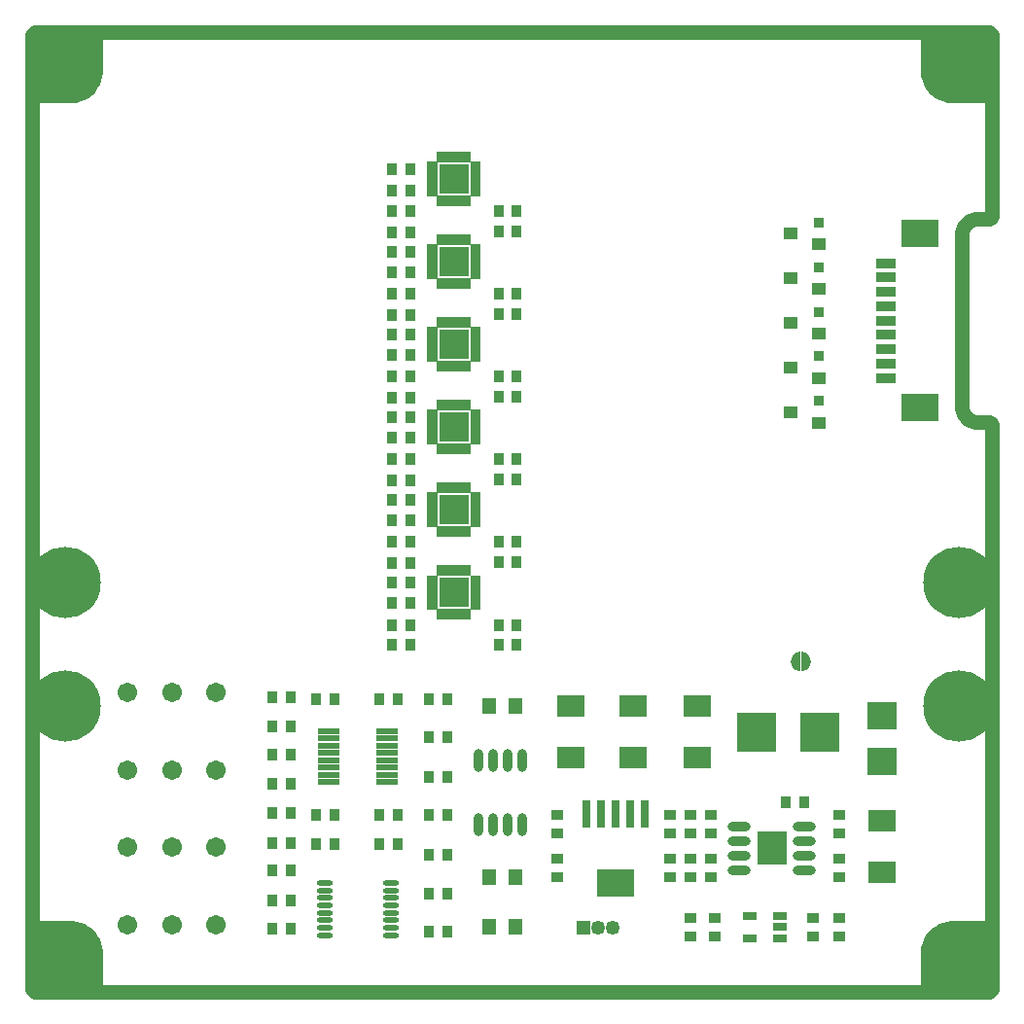
<source format=gbr>
G04*
G04 #@! TF.GenerationSoftware,Altium Limited,Altium Designer,24.1.2 (44)*
G04*
G04 Layer_Color=8388736*
%FSLAX44Y44*%
%MOMM*%
G71*
G04*
G04 #@! TF.SameCoordinates,D6F851DE-8FF1-4314-BFDA-1A364B18C842*
G04*
G04*
G04 #@! TF.FilePolarity,Negative*
G04*
G01*
G75*
%ADD24R,1.2696X1.3462*%
%ADD29R,0.9500X0.9000*%
%ADD31R,1.7018X0.8128*%
%ADD42C,1.2700*%
%ADD43R,2.6000X2.6000*%
%ADD44R,0.9032X1.0032*%
%ADD45O,0.8032X2.0032*%
%ADD46C,1.7032*%
%ADD47R,1.0032X0.9032*%
%ADD48R,1.2032X0.8032*%
%ADD49R,2.4622X1.9796*%
%ADD50R,1.1532X1.1032*%
%ADD51R,2.5032X2.4892*%
%ADD52R,3.3020X2.4130*%
%ADD53R,3.5032X3.3532*%
%ADD54O,2.0032X0.8032*%
%ADD55R,2.5032X3.0032*%
%ADD56R,3.2725X2.4455*%
%ADD57R,0.7325X2.4455*%
%ADD58O,1.4000X0.4500*%
%ADD59R,1.9000X0.5000*%
%ADD60C,6.2032*%
%ADD61C,1.0032*%
%ADD62R,1.2532X1.2532*%
%ADD63C,1.2532*%
%ADD64C,0.6032*%
G36*
X843526Y781000D02*
X809293D01*
Y781000D01*
X807438Y781000D01*
X803761Y781484D01*
X800179Y782444D01*
X796752Y783863D01*
X793540Y785718D01*
X790598Y787975D01*
X787975Y790598D01*
X785718Y793540D01*
X783863Y796752D01*
X782444Y800179D01*
X781484Y803761D01*
X781000Y807438D01*
X781000Y809293D01*
X781000Y843526D01*
X843526D01*
Y781000D01*
D02*
G37*
G36*
X69000Y809293D02*
X69000D01*
X69000Y807438D01*
X68516Y803761D01*
X67556Y800179D01*
X66137Y796752D01*
X64282Y793540D01*
X62024Y790598D01*
X59402Y787975D01*
X56460Y785718D01*
X53248Y783863D01*
X49821Y782444D01*
X46239Y781484D01*
X42562Y781000D01*
X40707Y781000D01*
X6474Y781000D01*
Y843526D01*
X69000D01*
Y809293D01*
D02*
G37*
G36*
X379350Y729499D02*
X369350D01*
Y738549D01*
X379350D01*
Y729499D01*
D02*
G37*
G36*
X389350Y730000D02*
X397899D01*
Y725000D01*
Y720000D01*
X388849D01*
Y725000D01*
Y729499D01*
X379350D01*
Y738549D01*
X389350D01*
Y730000D01*
D02*
G37*
G36*
X369350Y729499D02*
X359851D01*
Y725000D01*
Y720000D01*
X350801D01*
Y725000D01*
Y730000D01*
X359350D01*
Y738549D01*
X369350D01*
Y729499D01*
D02*
G37*
G36*
X397899Y715000D02*
Y710000D01*
X388849D01*
Y715000D01*
Y720000D01*
X397899D01*
Y715000D01*
D02*
G37*
G36*
X359851D02*
Y710000D01*
X350801D01*
Y715000D01*
Y720000D01*
X359851D01*
Y715000D01*
D02*
G37*
G36*
X397899Y705000D02*
Y700000D01*
X389350D01*
Y691451D01*
X379350D01*
Y700501D01*
X388849D01*
Y705000D01*
Y710000D01*
X397899D01*
Y705000D01*
D02*
G37*
G36*
X379350Y691451D02*
X369350D01*
Y700501D01*
X379350D01*
Y691451D01*
D02*
G37*
G36*
X359851Y705000D02*
Y700501D01*
X369350D01*
Y691451D01*
X359350D01*
Y700000D01*
X350801D01*
Y705000D01*
Y710000D01*
X359851D01*
Y705000D01*
D02*
G37*
G36*
X384350Y657499D02*
X364350D01*
Y666549D01*
X384350D01*
Y657499D01*
D02*
G37*
G36*
X389350Y658000D02*
X397899D01*
Y653000D01*
X388849D01*
Y657499D01*
X384350D01*
Y666549D01*
X389350D01*
Y658000D01*
D02*
G37*
G36*
X364350Y657499D02*
X359851D01*
Y653000D01*
X350801D01*
Y658000D01*
X359350D01*
Y666549D01*
X364350D01*
Y657499D01*
D02*
G37*
G36*
X397899Y648000D02*
Y643000D01*
Y638000D01*
Y633000D01*
X388849D01*
Y638000D01*
Y643000D01*
Y648000D01*
Y653000D01*
X397899D01*
Y648000D01*
D02*
G37*
G36*
X359851D02*
Y643000D01*
Y638000D01*
Y633000D01*
X350801D01*
Y638000D01*
Y643000D01*
Y648000D01*
Y653000D01*
X359851D01*
Y648000D01*
D02*
G37*
G36*
X397899Y628000D02*
X389350D01*
Y619451D01*
X384350D01*
Y628501D01*
X388849D01*
Y633000D01*
X397899D01*
Y628000D01*
D02*
G37*
G36*
X384350Y619451D02*
X364350D01*
Y628501D01*
X384350D01*
Y619451D01*
D02*
G37*
G36*
X359851Y628501D02*
X364350D01*
Y619451D01*
X359350D01*
Y628000D01*
X350801D01*
Y633000D01*
X359851D01*
Y628501D01*
D02*
G37*
G36*
X379350Y585499D02*
X369350D01*
Y594549D01*
X379350D01*
Y585499D01*
D02*
G37*
G36*
X389350Y586000D02*
X397899D01*
Y581000D01*
Y576000D01*
X388849D01*
Y581000D01*
Y585499D01*
X379350D01*
Y594549D01*
X389350D01*
Y586000D01*
D02*
G37*
G36*
X369350Y585499D02*
X359851D01*
Y581000D01*
Y576000D01*
X350801D01*
Y581000D01*
Y586000D01*
X359350D01*
Y594549D01*
X369350D01*
Y585499D01*
D02*
G37*
G36*
X397899Y571000D02*
Y566000D01*
X388849D01*
Y571000D01*
Y576000D01*
X397899D01*
Y571000D01*
D02*
G37*
G36*
X359851D02*
Y566000D01*
X350801D01*
Y571000D01*
Y576000D01*
X359851D01*
Y571000D01*
D02*
G37*
G36*
X397899Y561000D02*
Y556000D01*
X389350D01*
Y547451D01*
X379350D01*
Y556501D01*
X388849D01*
Y561000D01*
Y566000D01*
X397899D01*
Y561000D01*
D02*
G37*
G36*
X379350Y547451D02*
X369350D01*
Y556501D01*
X379350D01*
Y547451D01*
D02*
G37*
G36*
X359851Y561000D02*
Y556501D01*
X369350D01*
Y547451D01*
X359350D01*
Y556000D01*
X350801D01*
Y561000D01*
Y566000D01*
X359851D01*
Y561000D01*
D02*
G37*
G36*
X379350Y513499D02*
X369350D01*
Y522549D01*
X379350D01*
Y513499D01*
D02*
G37*
G36*
X389350Y514000D02*
X397899D01*
Y509000D01*
Y504000D01*
X388849D01*
Y509000D01*
Y513499D01*
X379350D01*
Y522549D01*
X389350D01*
Y514000D01*
D02*
G37*
G36*
X369350Y513499D02*
X359851D01*
Y509000D01*
Y504000D01*
X350801D01*
Y509000D01*
Y514000D01*
X359350D01*
Y522549D01*
X369350D01*
Y513499D01*
D02*
G37*
G36*
X397899Y499000D02*
Y494000D01*
X388849D01*
Y499000D01*
Y504000D01*
X397899D01*
Y499000D01*
D02*
G37*
G36*
X359851D02*
Y494000D01*
X350801D01*
Y499000D01*
Y504000D01*
X359851D01*
Y499000D01*
D02*
G37*
G36*
X397899Y489000D02*
Y484000D01*
X389350D01*
Y475451D01*
X379350D01*
Y484501D01*
X388849D01*
Y489000D01*
Y494000D01*
X397899D01*
Y489000D01*
D02*
G37*
G36*
X379350Y475451D02*
X369350D01*
Y484501D01*
X379350D01*
Y475451D01*
D02*
G37*
G36*
X359851Y489000D02*
Y484501D01*
X369350D01*
Y475451D01*
X359350D01*
Y484000D01*
X350801D01*
Y489000D01*
Y494000D01*
X359851D01*
Y489000D01*
D02*
G37*
G36*
X379350Y441499D02*
X369350D01*
Y450549D01*
X379350D01*
Y441499D01*
D02*
G37*
G36*
X389350Y442000D02*
X397899D01*
Y437000D01*
Y432000D01*
X388849D01*
Y437000D01*
Y441499D01*
X379350D01*
Y450549D01*
X389350D01*
Y442000D01*
D02*
G37*
G36*
X369350Y441499D02*
X359851D01*
Y437000D01*
Y432000D01*
X350801D01*
Y437000D01*
Y442000D01*
X359350D01*
Y450549D01*
X369350D01*
Y441499D01*
D02*
G37*
G36*
X397899Y427000D02*
Y422000D01*
X388849D01*
Y427000D01*
Y432000D01*
X397899D01*
Y427000D01*
D02*
G37*
G36*
X359851D02*
Y422000D01*
X350801D01*
Y427000D01*
Y432000D01*
X359851D01*
Y427000D01*
D02*
G37*
G36*
X397899Y417000D02*
Y412000D01*
X389350D01*
Y403451D01*
X379350D01*
Y412501D01*
X388849D01*
Y417000D01*
Y422000D01*
X397899D01*
Y417000D01*
D02*
G37*
G36*
X379350Y403451D02*
X369350D01*
Y412501D01*
X379350D01*
Y403451D01*
D02*
G37*
G36*
X359851Y417000D02*
Y412501D01*
X369350D01*
Y403451D01*
X359350D01*
Y412000D01*
X350801D01*
Y417000D01*
Y422000D01*
X359851D01*
Y417000D01*
D02*
G37*
G36*
X379350Y369499D02*
X369350D01*
Y378549D01*
X379350D01*
Y369499D01*
D02*
G37*
G36*
X389350Y370000D02*
X397899D01*
Y365000D01*
Y360000D01*
X388849D01*
Y365000D01*
Y369499D01*
X379350D01*
Y378549D01*
X389350D01*
Y370000D01*
D02*
G37*
G36*
X369350Y369499D02*
X359851D01*
Y365000D01*
Y360000D01*
X350801D01*
Y365000D01*
Y370000D01*
X359350D01*
Y378549D01*
X369350D01*
Y369499D01*
D02*
G37*
G36*
X397899Y355000D02*
Y350000D01*
X388849D01*
Y355000D01*
Y360000D01*
X397899D01*
Y355000D01*
D02*
G37*
G36*
X359851D02*
Y350000D01*
X350801D01*
Y355000D01*
Y360000D01*
X359851D01*
Y355000D01*
D02*
G37*
G36*
X397899Y345000D02*
Y340000D01*
X389350D01*
Y331451D01*
X379350D01*
Y340501D01*
X388849D01*
Y345000D01*
Y350000D01*
X397899D01*
Y345000D01*
D02*
G37*
G36*
X379350Y331451D02*
X369350D01*
Y340501D01*
X379350D01*
Y331451D01*
D02*
G37*
G36*
X359851Y345000D02*
Y340501D01*
X369350D01*
Y331451D01*
X359350D01*
Y340000D01*
X350801D01*
Y345000D01*
Y350000D01*
X359851D01*
Y345000D01*
D02*
G37*
G36*
X675222Y303401D02*
X675266Y303400D01*
X675288Y303397D01*
X675311Y303396D01*
X675354Y303387D01*
X675398Y303380D01*
X675419Y303374D01*
X675441Y303370D01*
X675484Y303355D01*
X675526Y303343D01*
X675546Y303334D01*
X675567Y303327D01*
X675608Y303307D01*
X675648Y303289D01*
X675667Y303278D01*
X675687Y303268D01*
X675724Y303243D01*
X675762Y303220D01*
X675779Y303206D01*
X675798Y303194D01*
X675831Y303164D01*
X675865Y303137D01*
X675881Y303121D01*
X675898Y303106D01*
X675927Y303072D01*
X675958Y303041D01*
X675971Y303023D01*
X675985Y303006D01*
X676010Y302969D01*
X676036Y302933D01*
X676047Y302914D01*
X676059Y302895D01*
X676079Y302855D01*
X676100Y302816D01*
X676108Y302796D01*
X676118Y302776D01*
X676133Y302733D01*
X676149Y302692D01*
X676154Y302671D01*
X676161Y302650D01*
X676170Y302606D01*
X676180Y302563D01*
X676183Y302541D01*
X676187Y302519D01*
X676190Y302474D01*
X676195Y302430D01*
X676194Y302409D01*
X676196Y302386D01*
X676196Y287614D01*
X676194Y287592D01*
X676195Y287570D01*
X676190Y287525D01*
X676187Y287481D01*
X676183Y287459D01*
X676180Y287437D01*
X676170Y287394D01*
X676161Y287350D01*
X676154Y287329D01*
X676149Y287308D01*
X676133Y287267D01*
X676118Y287224D01*
X676108Y287204D01*
X676100Y287184D01*
X676079Y287145D01*
X676059Y287105D01*
X676047Y287087D01*
X676036Y287067D01*
X676010Y287031D01*
X675985Y286994D01*
X675971Y286977D01*
X675957Y286959D01*
X675927Y286927D01*
X675898Y286894D01*
X675881Y286879D01*
X675865Y286863D01*
X675831Y286835D01*
X675797Y286806D01*
X675779Y286794D01*
X675762Y286780D01*
X675724Y286757D01*
X675687Y286732D01*
X675667Y286722D01*
X675648Y286711D01*
X675607Y286693D01*
X675567Y286673D01*
X675546Y286666D01*
X675526Y286657D01*
X675483Y286645D01*
X675441Y286630D01*
X675419Y286626D01*
X675398Y286620D01*
X675354Y286613D01*
X675311Y286604D01*
X675288Y286603D01*
X675266Y286600D01*
X675222Y286599D01*
X675178Y286596D01*
X675155Y286597D01*
X675133Y286597D01*
X675089Y286602D01*
X675045Y286604D01*
X675023Y286609D01*
X675001Y286611D01*
X674484Y286702D01*
X674480Y286703D01*
X674476Y286704D01*
X674415Y286719D01*
X674355Y286734D01*
X674351Y286735D01*
X674346Y286737D01*
X673349Y287061D01*
X673345Y287062D01*
X673341Y287064D01*
X673283Y287087D01*
X673225Y287110D01*
X673221Y287112D01*
X673217Y287114D01*
X672274Y287574D01*
X672271Y287576D01*
X672266Y287578D01*
X672212Y287609D01*
X672159Y287640D01*
X672155Y287643D01*
X672151Y287645D01*
X671282Y288231D01*
X671279Y288234D01*
X671275Y288236D01*
X671224Y288276D01*
X671177Y288313D01*
X671174Y288316D01*
X671170Y288319D01*
X670390Y289021D01*
X670387Y289024D01*
X670384Y289027D01*
X670341Y289072D01*
X670297Y289116D01*
X670295Y289119D01*
X670292Y289123D01*
X669618Y289926D01*
X669615Y289930D01*
X669612Y289933D01*
X669576Y289983D01*
X669539Y290034D01*
X669537Y290038D01*
X669534Y290041D01*
X668978Y290931D01*
X668976Y290935D01*
X668974Y290938D01*
X668945Y290993D01*
X668915Y291048D01*
X668914Y291052D01*
X668912Y291056D01*
X668485Y292015D01*
X668483Y292019D01*
X668481Y292023D01*
X668461Y292080D01*
X668439Y292139D01*
X668438Y292144D01*
X668436Y292148D01*
X668147Y293156D01*
X668146Y293160D01*
X668145Y293165D01*
X668132Y293226D01*
X668119Y293286D01*
X668119Y293291D01*
X668118Y293295D01*
X667972Y294334D01*
X667971Y294338D01*
X667971Y294343D01*
X667966Y294405D01*
X667962Y294467D01*
X667962Y294471D01*
X667962Y294476D01*
Y295524D01*
X667962Y295529D01*
X667962Y295533D01*
X667966Y295595D01*
X667971Y295657D01*
X667971Y295662D01*
X667972Y295666D01*
X668118Y296705D01*
X668119Y296709D01*
X668119Y296714D01*
X668132Y296774D01*
X668145Y296835D01*
X668146Y296840D01*
X668147Y296844D01*
X668436Y297852D01*
X668438Y297856D01*
X668439Y297861D01*
X668461Y297920D01*
X668481Y297977D01*
X668483Y297981D01*
X668485Y297985D01*
X668912Y298944D01*
X668914Y298948D01*
X668915Y298952D01*
X668945Y299007D01*
X668974Y299062D01*
X668976Y299065D01*
X668978Y299069D01*
X669534Y299959D01*
X669537Y299962D01*
X669539Y299966D01*
X669575Y300016D01*
X669612Y300067D01*
X669615Y300070D01*
X669618Y300074D01*
X670292Y300877D01*
X670295Y300880D01*
X670297Y300884D01*
X670341Y300928D01*
X670384Y300973D01*
X670387Y300976D01*
X670390Y300979D01*
X671170Y301681D01*
X671173Y301684D01*
X671177Y301687D01*
X671225Y301724D01*
X671275Y301764D01*
X671279Y301766D01*
X671282Y301769D01*
X672151Y302355D01*
X672155Y302357D01*
X672159Y302360D01*
X672213Y302391D01*
X672266Y302422D01*
X672271Y302424D01*
X672274Y302426D01*
X673217Y302886D01*
X673221Y302888D01*
X673225Y302890D01*
X673283Y302913D01*
X673341Y302936D01*
X673345Y302938D01*
X673349Y302939D01*
X674346Y303263D01*
X674351Y303264D01*
X674355Y303266D01*
X674414Y303281D01*
X674475Y303296D01*
X674480Y303297D01*
X674484Y303298D01*
X675001Y303389D01*
X675023Y303391D01*
X675045Y303396D01*
X675089Y303398D01*
X675133Y303403D01*
X675155Y303403D01*
X675178Y303404D01*
X675178D01*
X675222Y303401D01*
D02*
G37*
G36*
X677804Y303403D02*
X677827Y303403D01*
X677871Y303398D01*
X677915Y303396D01*
X677937Y303391D01*
X677959Y303389D01*
X678476Y303298D01*
X678480Y303297D01*
X678484Y303296D01*
X678545Y303281D01*
X678605Y303266D01*
X678609Y303264D01*
X678614Y303263D01*
X679611Y302939D01*
X679615Y302938D01*
X679620Y302936D01*
X679677Y302913D01*
X679735Y302890D01*
X679739Y302888D01*
X679743Y302886D01*
X680686Y302426D01*
X680689Y302424D01*
X680694Y302422D01*
X680748Y302391D01*
X680801Y302360D01*
X680805Y302357D01*
X680808Y302355D01*
X681678Y301769D01*
X681682Y301766D01*
X681685Y301764D01*
X681736Y301724D01*
X681783Y301687D01*
X681786Y301684D01*
X681790Y301681D01*
X682570Y300979D01*
X682573Y300976D01*
X682576Y300973D01*
X682619Y300928D01*
X682662Y300884D01*
X682665Y300880D01*
X682668Y300877D01*
X683342Y300074D01*
X683345Y300070D01*
X683348Y300067D01*
X683384Y300017D01*
X683421Y299966D01*
X683423Y299962D01*
X683426Y299959D01*
X683982Y299069D01*
X683984Y299065D01*
X683986Y299062D01*
X684015Y299007D01*
X684045Y298952D01*
X684046Y298948D01*
X684048Y298944D01*
X684475Y297985D01*
X684477Y297981D01*
X684479Y297977D01*
X684499Y297920D01*
X684521Y297861D01*
X684522Y297856D01*
X684524Y297852D01*
X684813Y296844D01*
X684814Y296840D01*
X684815Y296835D01*
X684828Y296774D01*
X684841Y296714D01*
X684841Y296709D01*
X684842Y296705D01*
X684988Y295666D01*
X684989Y295662D01*
X684989Y295657D01*
X684994Y295595D01*
X684998Y295533D01*
X684998Y295529D01*
X684998Y295524D01*
Y294476D01*
X684998Y294471D01*
X684998Y294467D01*
X684994Y294405D01*
X684989Y294343D01*
X684989Y294338D01*
X684988Y294334D01*
X684842Y293295D01*
X684841Y293291D01*
X684841Y293286D01*
X684828Y293226D01*
X684815Y293165D01*
X684814Y293160D01*
X684813Y293156D01*
X684524Y292148D01*
X684522Y292144D01*
X684521Y292139D01*
X684499Y292080D01*
X684479Y292023D01*
X684477Y292019D01*
X684475Y292015D01*
X684048Y291056D01*
X684046Y291052D01*
X684045Y291048D01*
X684015Y290993D01*
X683986Y290938D01*
X683984Y290935D01*
X683982Y290931D01*
X683426Y290041D01*
X683423Y290037D01*
X683421Y290034D01*
X683385Y289984D01*
X683348Y289933D01*
X683345Y289930D01*
X683342Y289926D01*
X682668Y289123D01*
X682665Y289119D01*
X682662Y289116D01*
X682619Y289072D01*
X682576Y289027D01*
X682573Y289024D01*
X682570Y289021D01*
X681790Y288319D01*
X681786Y288316D01*
X681783Y288313D01*
X681735Y288276D01*
X681685Y288236D01*
X681682Y288234D01*
X681678Y288231D01*
X680808Y287645D01*
X680805Y287643D01*
X680801Y287640D01*
X680747Y287609D01*
X680694Y287578D01*
X680689Y287576D01*
X680686Y287574D01*
X679743Y287114D01*
X679739Y287112D01*
X679735Y287110D01*
X679677Y287087D01*
X679620Y287064D01*
X679615Y287062D01*
X679611Y287061D01*
X678614Y286737D01*
X678609Y286735D01*
X678605Y286734D01*
X678546Y286719D01*
X678484Y286704D01*
X678480Y286703D01*
X678476Y286702D01*
X677959Y286611D01*
X677937Y286609D01*
X677915Y286604D01*
X677871Y286602D01*
X677827Y286597D01*
X677804Y286597D01*
X677782Y286596D01*
X677782D01*
X677738Y286599D01*
X677694Y286600D01*
X677672Y286603D01*
X677649Y286604D01*
X677606Y286613D01*
X677562Y286620D01*
X677541Y286626D01*
X677519Y286630D01*
X677476Y286645D01*
X677434Y286657D01*
X677414Y286666D01*
X677393Y286673D01*
X677353Y286693D01*
X677312Y286711D01*
X677293Y286722D01*
X677273Y286732D01*
X677236Y286757D01*
X677198Y286780D01*
X677181Y286794D01*
X677162Y286806D01*
X677129Y286836D01*
X677094Y286863D01*
X677079Y286879D01*
X677062Y286894D01*
X677033Y286928D01*
X677002Y286959D01*
X676989Y286977D01*
X676975Y286994D01*
X676950Y287031D01*
X676924Y287067D01*
X676913Y287086D01*
X676901Y287105D01*
X676881Y287145D01*
X676860Y287184D01*
X676852Y287204D01*
X676842Y287224D01*
X676827Y287267D01*
X676811Y287308D01*
X676806Y287329D01*
X676799Y287350D01*
X676790Y287394D01*
X676780Y287437D01*
X676777Y287459D01*
X676773Y287481D01*
X676770Y287526D01*
X676765Y287570D01*
X676766Y287591D01*
X676764Y287614D01*
X676764Y302386D01*
X676766Y302408D01*
X676765Y302430D01*
X676770Y302475D01*
X676773Y302519D01*
X676777Y302541D01*
X676780Y302563D01*
X676790Y302606D01*
X676799Y302650D01*
X676806Y302671D01*
X676811Y302692D01*
X676827Y302733D01*
X676842Y302776D01*
X676852Y302796D01*
X676860Y302816D01*
X676881Y302855D01*
X676901Y302895D01*
X676913Y302913D01*
X676924Y302933D01*
X676950Y302969D01*
X676975Y303006D01*
X676989Y303023D01*
X677002Y303041D01*
X677033Y303072D01*
X677062Y303106D01*
X677079Y303121D01*
X677094Y303137D01*
X677129Y303165D01*
X677162Y303194D01*
X677181Y303206D01*
X677198Y303220D01*
X677236Y303243D01*
X677273Y303268D01*
X677293Y303278D01*
X677312Y303289D01*
X677353Y303307D01*
X677393Y303327D01*
X677414Y303334D01*
X677434Y303343D01*
X677476Y303355D01*
X677519Y303370D01*
X677541Y303374D01*
X677562Y303380D01*
X677606Y303387D01*
X677650Y303396D01*
X677672Y303397D01*
X677694Y303400D01*
X677738Y303401D01*
X677782Y303404D01*
X677804Y303403D01*
D02*
G37*
G36*
X843526Y6474D02*
X781000D01*
Y40707D01*
X781000Y40707D01*
X781000Y40707D01*
X781000Y42562D01*
X781484Y46239D01*
X782444Y49821D01*
X783863Y53248D01*
X785718Y56460D01*
X787975Y59402D01*
X790598Y62024D01*
X793540Y64282D01*
X796752Y66137D01*
X800179Y67556D01*
X803761Y68516D01*
X807438Y69000D01*
X809293Y69000D01*
X843526Y69000D01*
Y6474D01*
D02*
G37*
G36*
X40707Y69000D02*
X42562Y69000D01*
X46239Y68516D01*
X49821Y67556D01*
X53248Y66137D01*
X56460Y64282D01*
X59402Y62024D01*
X62024Y59402D01*
X64282Y56460D01*
X66137Y53248D01*
X67556Y49821D01*
X68516Y46239D01*
X69000Y42562D01*
X69000Y40707D01*
X69000D01*
X69000Y40707D01*
Y6474D01*
X6474D01*
Y69000D01*
X40707Y69000D01*
D02*
G37*
D24*
X427604Y63559D02*
D03*
X404740D02*
D03*
X427604Y107054D02*
D03*
X404740D02*
D03*
X427604Y256278D02*
D03*
X404740D02*
D03*
D29*
X692484Y521644D02*
D03*
Y560536D02*
D03*
Y599428D02*
D03*
Y638320D02*
D03*
Y677211D02*
D03*
D31*
X750955Y541752D02*
D03*
Y554252D02*
D03*
Y566752D02*
D03*
Y579252D02*
D03*
Y591752D02*
D03*
Y604252D02*
D03*
Y616752D02*
D03*
Y629252D02*
D03*
Y641752D02*
D03*
D42*
X843150Y500497D02*
X842227Y502724D01*
X840000Y503647D01*
X838000Y6850D02*
X840575Y7540D01*
X842460Y9425D01*
X843150Y12000D01*
X840000Y679908D02*
X842227Y680830D01*
X843150Y683057D01*
X12000Y843150D02*
X9425Y842460D01*
X7540Y840575D01*
X6850Y838000D01*
X843150Y838000D02*
X842460Y840575D01*
X840575Y842460D01*
X838000Y843150D01*
X6850Y12000D02*
X7540Y9425D01*
X9425Y7540D01*
X12000Y6850D01*
X828860Y679908D02*
X826223Y679610D01*
X823719Y678734D01*
X821472Y677322D01*
X819595Y675446D01*
X818184Y673199D01*
X817307Y670694D01*
X817010Y668057D01*
Y515497D02*
X817307Y512860D01*
X818184Y510356D01*
X819595Y508109D01*
X821472Y506232D01*
X823719Y504821D01*
X826223Y503944D01*
X828860Y503647D01*
X843150Y683099D02*
Y838000D01*
X12059Y6850D02*
X838000D01*
X828860Y679908D02*
X840000D01*
X6850Y12000D02*
Y837941D01*
X843150Y12042D02*
Y500497D01*
X817010Y515497D02*
Y668057D01*
X828860Y503647D02*
X840000D01*
X12000Y843150D02*
X837941D01*
D43*
X374350Y715000D02*
D03*
Y643000D02*
D03*
Y571000D02*
D03*
Y499000D02*
D03*
Y427000D02*
D03*
Y355000D02*
D03*
D44*
X232548Y263917D02*
D03*
X216548D02*
D03*
X320459Y723083D02*
D03*
X336459D02*
D03*
X336457Y704950D02*
D03*
X320457D02*
D03*
X320459Y651628D02*
D03*
X336459D02*
D03*
X336457Y633672D02*
D03*
X320457D02*
D03*
X320459Y579628D02*
D03*
X336459D02*
D03*
X336457Y561672D02*
D03*
X320457D02*
D03*
X320459Y507628D02*
D03*
X336459D02*
D03*
X336457Y489672D02*
D03*
X320457D02*
D03*
X320459Y435628D02*
D03*
X336459D02*
D03*
X336457Y417672D02*
D03*
X320457D02*
D03*
X320459Y363628D02*
D03*
X336459D02*
D03*
X336457Y345671D02*
D03*
X320457D02*
D03*
X320458Y452684D02*
D03*
X336458D02*
D03*
X232548Y136981D02*
D03*
X216548D02*
D03*
Y163088D02*
D03*
X232548D02*
D03*
X216548Y188295D02*
D03*
X232548D02*
D03*
X216548Y213503D02*
D03*
X232548D02*
D03*
X232550Y238710D02*
D03*
X216550D02*
D03*
X216550Y112674D02*
D03*
X232550D02*
D03*
X232549Y86567D02*
D03*
X216549D02*
D03*
X216548Y62260D02*
D03*
X232548D02*
D03*
X309710Y135881D02*
D03*
X325710D02*
D03*
X336458Y309184D02*
D03*
X320458D02*
D03*
X663560Y172720D02*
D03*
X679560D02*
D03*
X270441Y135881D02*
D03*
X254441D02*
D03*
X254442Y261917D02*
D03*
X270442D02*
D03*
X325711D02*
D03*
X309711D02*
D03*
X270442Y161088D02*
D03*
X254442D02*
D03*
X309711D02*
D03*
X325711D02*
D03*
X368679Y229057D02*
D03*
X352679D02*
D03*
X352681Y161539D02*
D03*
X368681D02*
D03*
X352680Y194398D02*
D03*
X368680D02*
D03*
X368680Y261917D02*
D03*
X352680D02*
D03*
X368680Y126879D02*
D03*
X352680D02*
D03*
X368680Y59360D02*
D03*
X352680D02*
D03*
X368680Y93119D02*
D03*
X352680D02*
D03*
X413244Y470816D02*
D03*
X429244D02*
D03*
X413244Y686816D02*
D03*
X429244D02*
D03*
X429242Y669584D02*
D03*
X413242D02*
D03*
X413244Y614816D02*
D03*
X429244D02*
D03*
X429242Y597584D02*
D03*
X413242D02*
D03*
X413244Y542816D02*
D03*
X429244D02*
D03*
X429242Y525584D02*
D03*
X413242D02*
D03*
X429242Y453584D02*
D03*
X413242D02*
D03*
X413244Y398816D02*
D03*
X429244D02*
D03*
X429242Y381584D02*
D03*
X413242D02*
D03*
Y326814D02*
D03*
X429242D02*
D03*
Y309584D02*
D03*
X413242D02*
D03*
X320458Y614816D02*
D03*
X336458D02*
D03*
X320458Y668684D02*
D03*
X336458D02*
D03*
X320458Y542816D02*
D03*
X336458D02*
D03*
X320458Y596684D02*
D03*
X336458D02*
D03*
X320458Y524684D02*
D03*
X336458D02*
D03*
X320458Y380684D02*
D03*
X336458D02*
D03*
Y470816D02*
D03*
X320458D02*
D03*
Y398816D02*
D03*
X336458D02*
D03*
X320460Y326814D02*
D03*
X336460D02*
D03*
X320458Y686816D02*
D03*
X336458D02*
D03*
D45*
X434072Y208922D02*
D03*
X421372D02*
D03*
X408672D02*
D03*
X395972D02*
D03*
X434072Y152422D02*
D03*
X421372D02*
D03*
X408672D02*
D03*
X395972D02*
D03*
D46*
X90000Y267627D02*
D03*
X167640Y267627D02*
D03*
X128820D02*
D03*
X167640Y200373D02*
D03*
X128820D02*
D03*
X90000D02*
D03*
Y65866D02*
D03*
X128820D02*
D03*
X167640D02*
D03*
Y133120D02*
D03*
X128820D02*
D03*
X90000D02*
D03*
D47*
X709740Y71671D02*
D03*
Y55671D02*
D03*
X580670Y71671D02*
D03*
Y55671D02*
D03*
X687080D02*
D03*
Y71671D02*
D03*
X601970D02*
D03*
Y55671D02*
D03*
X709740Y123053D02*
D03*
Y107053D02*
D03*
X580670Y123054D02*
D03*
Y107054D02*
D03*
X709740Y161169D02*
D03*
Y145169D02*
D03*
X580670Y161170D02*
D03*
Y145170D02*
D03*
X597970Y123054D02*
D03*
Y107054D02*
D03*
Y161170D02*
D03*
Y145170D02*
D03*
X562469Y107054D02*
D03*
Y123054D02*
D03*
X464820Y107054D02*
D03*
Y123054D02*
D03*
Y145169D02*
D03*
Y161169D02*
D03*
X562469Y145169D02*
D03*
Y161169D02*
D03*
D48*
X632410Y54171D02*
D03*
Y73171D02*
D03*
X657910D02*
D03*
Y63671D02*
D03*
Y54171D02*
D03*
D49*
X747061Y156464D02*
D03*
Y111760D02*
D03*
X586740Y211328D02*
D03*
Y256032D02*
D03*
X530860D02*
D03*
Y211328D02*
D03*
X476120Y256151D02*
D03*
Y211447D02*
D03*
D50*
X667484Y512144D02*
D03*
X692484Y502644D02*
D03*
X667484Y551036D02*
D03*
X692484Y541536D02*
D03*
X667484Y589928D02*
D03*
X692484Y580428D02*
D03*
X667484Y628820D02*
D03*
X692484Y619320D02*
D03*
Y658211D02*
D03*
X667484Y667711D02*
D03*
D51*
X747061Y207957D02*
D03*
Y247957D02*
D03*
D52*
X779955Y667252D02*
D03*
Y516252D02*
D03*
D53*
X692980Y233680D02*
D03*
X637980D02*
D03*
D54*
X623060Y151384D02*
D03*
Y138684D02*
D03*
Y125984D02*
D03*
Y113284D02*
D03*
X679560Y151384D02*
D03*
Y138684D02*
D03*
Y125984D02*
D03*
Y113284D02*
D03*
D55*
X651310Y132334D02*
D03*
D56*
X515620Y101977D02*
D03*
D57*
X490220Y162183D02*
D03*
X502920D02*
D03*
X515620D02*
D03*
X528320D02*
D03*
X541020D02*
D03*
D58*
X262426Y102010D02*
D03*
Y95510D02*
D03*
Y89010D02*
D03*
Y82510D02*
D03*
Y76010D02*
D03*
Y69510D02*
D03*
Y63010D02*
D03*
Y56510D02*
D03*
X319426Y102010D02*
D03*
Y95510D02*
D03*
Y89010D02*
D03*
Y82510D02*
D03*
Y76010D02*
D03*
Y69510D02*
D03*
Y63010D02*
D03*
Y56510D02*
D03*
D59*
X316453Y234177D02*
D03*
Y227827D02*
D03*
Y221477D02*
D03*
Y215127D02*
D03*
Y208777D02*
D03*
Y202427D02*
D03*
Y196077D02*
D03*
Y189727D02*
D03*
X265399D02*
D03*
Y196077D02*
D03*
Y202427D02*
D03*
Y208777D02*
D03*
Y215127D02*
D03*
Y221477D02*
D03*
Y227827D02*
D03*
Y234177D02*
D03*
D60*
X36000Y814000D02*
D03*
Y256000D02*
D03*
Y364000D02*
D03*
X814477Y256000D02*
D03*
X814000Y364000D02*
D03*
Y36000D02*
D03*
Y814000D02*
D03*
X36000Y36000D02*
D03*
D61*
X27252Y835120D02*
D03*
X14880Y805252D02*
D03*
X44748Y792880D02*
D03*
X57120Y822748D02*
D03*
X44748Y835120D02*
D03*
X14880Y822748D02*
D03*
X27252Y792880D02*
D03*
X57120Y805252D02*
D03*
X27252Y277120D02*
D03*
X14880Y247252D02*
D03*
X44748Y234880D02*
D03*
X57120Y264748D02*
D03*
X44748Y277120D02*
D03*
X14880Y264748D02*
D03*
X27252Y234880D02*
D03*
X57120Y247252D02*
D03*
X27252Y385120D02*
D03*
X14880Y355252D02*
D03*
X44748Y342880D02*
D03*
X57120Y372748D02*
D03*
X44748Y385120D02*
D03*
X14880Y372748D02*
D03*
X27252Y342880D02*
D03*
X57120Y355252D02*
D03*
X805729Y277120D02*
D03*
X793357Y247252D02*
D03*
X823225Y234880D02*
D03*
X835597Y264748D02*
D03*
X823225Y277120D02*
D03*
X793357Y264748D02*
D03*
X805729Y234880D02*
D03*
X835597Y247252D02*
D03*
X805252Y385120D02*
D03*
X792880Y355252D02*
D03*
X822748Y342880D02*
D03*
X835120Y372748D02*
D03*
X822748Y385120D02*
D03*
X792880Y372748D02*
D03*
X805252Y342880D02*
D03*
X835120Y355252D02*
D03*
X805252Y57120D02*
D03*
X792880Y27252D02*
D03*
X822748Y14880D02*
D03*
X835120Y44748D02*
D03*
X822748Y57120D02*
D03*
X792880Y44748D02*
D03*
X805252Y14880D02*
D03*
X835120Y27252D02*
D03*
X805252Y835120D02*
D03*
X792880Y805252D02*
D03*
X822748Y792880D02*
D03*
X835120Y822748D02*
D03*
X822748Y835120D02*
D03*
X792880Y822748D02*
D03*
X805252Y792880D02*
D03*
X835120Y805252D02*
D03*
X27252Y57120D02*
D03*
X14880Y27252D02*
D03*
X44748Y14880D02*
D03*
X57120Y44748D02*
D03*
X44748Y57120D02*
D03*
X14880Y44748D02*
D03*
X27252Y14880D02*
D03*
X57120Y27252D02*
D03*
D62*
X487680Y62820D02*
D03*
D63*
X500380D02*
D03*
X513080D02*
D03*
D64*
X328018Y843526D02*
D03*
X338018D02*
D03*
X348018D02*
D03*
X358018D02*
D03*
X368018D02*
D03*
X378018D02*
D03*
X388018D02*
D03*
X398018D02*
D03*
X408018D02*
D03*
X418018D02*
D03*
X428018D02*
D03*
X438018D02*
D03*
X448018D02*
D03*
X458018D02*
D03*
X468018D02*
D03*
X478018D02*
D03*
X488018D02*
D03*
X498017D02*
D03*
X508017D02*
D03*
X518017D02*
D03*
X528017D02*
D03*
X538017D02*
D03*
X548017D02*
D03*
X558017D02*
D03*
X568017D02*
D03*
X578017D02*
D03*
X588017D02*
D03*
X598017D02*
D03*
X608017D02*
D03*
X618017D02*
D03*
X628017D02*
D03*
X638017D02*
D03*
X648017D02*
D03*
X658017D02*
D03*
X668017D02*
D03*
X678017D02*
D03*
X688017D02*
D03*
X698017D02*
D03*
X708017D02*
D03*
X718017D02*
D03*
X728017D02*
D03*
X738017D02*
D03*
X748017D02*
D03*
X758017D02*
D03*
X768017D02*
D03*
X778017D02*
D03*
X788017D02*
D03*
X798017D02*
D03*
X808017D02*
D03*
X818017D02*
D03*
X828017D02*
D03*
X838017Y843529D02*
D03*
X6474Y522094D02*
D03*
Y532094D02*
D03*
Y542094D02*
D03*
Y552094D02*
D03*
Y562094D02*
D03*
Y572094D02*
D03*
Y582094D02*
D03*
Y592094D02*
D03*
Y602094D02*
D03*
Y612094D02*
D03*
Y622094D02*
D03*
Y632094D02*
D03*
Y642093D02*
D03*
Y652093D02*
D03*
Y662093D02*
D03*
Y672093D02*
D03*
Y682093D02*
D03*
Y692093D02*
D03*
Y702093D02*
D03*
Y712093D02*
D03*
Y722093D02*
D03*
Y732093D02*
D03*
Y742093D02*
D03*
Y752093D02*
D03*
Y762093D02*
D03*
Y772093D02*
D03*
Y782093D02*
D03*
Y792093D02*
D03*
Y802093D02*
D03*
Y812093D02*
D03*
Y822093D02*
D03*
Y832093D02*
D03*
X8143Y841953D02*
D03*
X18018Y843526D02*
D03*
X28018D02*
D03*
X38018D02*
D03*
X48018D02*
D03*
X58018D02*
D03*
X68018D02*
D03*
X78018D02*
D03*
X88018D02*
D03*
X98018D02*
D03*
X108018D02*
D03*
X118018D02*
D03*
X128018D02*
D03*
X138018D02*
D03*
X148018D02*
D03*
X158018D02*
D03*
X168018D02*
D03*
X178018D02*
D03*
X188018D02*
D03*
X198018D02*
D03*
X208018D02*
D03*
X218018D02*
D03*
X228018D02*
D03*
X238018D02*
D03*
X248018D02*
D03*
X258018D02*
D03*
X268018D02*
D03*
X278018D02*
D03*
X288018D02*
D03*
X298018D02*
D03*
X308018D02*
D03*
X318018D02*
D03*
X134745Y6474D02*
D03*
X124745D02*
D03*
X114745D02*
D03*
X104745D02*
D03*
X94745D02*
D03*
X84745D02*
D03*
X74745D02*
D03*
X64745D02*
D03*
X54745D02*
D03*
X44745D02*
D03*
X34745D02*
D03*
X24745D02*
D03*
X14745D02*
D03*
X6474Y12095D02*
D03*
Y22095D02*
D03*
Y32095D02*
D03*
Y42095D02*
D03*
Y52095D02*
D03*
Y62095D02*
D03*
Y72095D02*
D03*
Y82095D02*
D03*
Y92094D02*
D03*
Y102094D02*
D03*
Y112094D02*
D03*
Y122094D02*
D03*
Y132094D02*
D03*
Y142094D02*
D03*
Y152094D02*
D03*
Y162094D02*
D03*
Y172094D02*
D03*
Y182094D02*
D03*
Y192094D02*
D03*
Y202094D02*
D03*
Y212094D02*
D03*
Y222094D02*
D03*
Y232094D02*
D03*
Y242094D02*
D03*
Y252094D02*
D03*
Y262094D02*
D03*
Y272094D02*
D03*
Y282094D02*
D03*
Y292094D02*
D03*
Y302094D02*
D03*
Y312094D02*
D03*
Y322094D02*
D03*
Y332094D02*
D03*
Y342094D02*
D03*
Y352094D02*
D03*
Y362094D02*
D03*
Y372094D02*
D03*
Y382094D02*
D03*
Y392094D02*
D03*
Y402094D02*
D03*
Y412094D02*
D03*
Y422094D02*
D03*
Y432094D02*
D03*
Y442094D02*
D03*
Y452094D02*
D03*
Y462094D02*
D03*
Y472094D02*
D03*
Y482094D02*
D03*
Y492094D02*
D03*
Y502094D02*
D03*
Y512094D02*
D03*
X774744Y6474D02*
D03*
X764744D02*
D03*
X754744D02*
D03*
X744744D02*
D03*
X734744D02*
D03*
X724744D02*
D03*
X714744D02*
D03*
X704744D02*
D03*
X694744D02*
D03*
X684744D02*
D03*
X674744D02*
D03*
X664744D02*
D03*
X654744D02*
D03*
X644744D02*
D03*
X634744D02*
D03*
X624744D02*
D03*
X614744D02*
D03*
X604744D02*
D03*
X594744D02*
D03*
X584744D02*
D03*
X574744D02*
D03*
X564744D02*
D03*
X554744D02*
D03*
X544744D02*
D03*
X534744D02*
D03*
X524744D02*
D03*
X514744D02*
D03*
X504744D02*
D03*
X494744D02*
D03*
X484744D02*
D03*
X474744D02*
D03*
X464744D02*
D03*
X454744D02*
D03*
X444744D02*
D03*
X434744D02*
D03*
X424744D02*
D03*
X414744D02*
D03*
X404745D02*
D03*
X394745D02*
D03*
X384745D02*
D03*
X374745D02*
D03*
X364745D02*
D03*
X354745D02*
D03*
X344745D02*
D03*
X334745D02*
D03*
X324745D02*
D03*
X314745D02*
D03*
X304745D02*
D03*
X294745D02*
D03*
X284745D02*
D03*
X274745D02*
D03*
X264745D02*
D03*
X254745D02*
D03*
X244745D02*
D03*
X234745D02*
D03*
X224745D02*
D03*
X214745D02*
D03*
X204745D02*
D03*
X194745D02*
D03*
X184745D02*
D03*
X174745D02*
D03*
X164745D02*
D03*
X154745D02*
D03*
X144745D02*
D03*
X817386Y583163D02*
D03*
Y573163D02*
D03*
Y563163D02*
D03*
Y553163D02*
D03*
Y543163D02*
D03*
Y533163D02*
D03*
Y523163D02*
D03*
X817680Y513168D02*
D03*
X823805Y505263D02*
D03*
X833728Y504023D02*
D03*
X843375Y501389D02*
D03*
X843526Y491390D02*
D03*
Y481390D02*
D03*
Y471390D02*
D03*
Y461390D02*
D03*
Y451390D02*
D03*
Y441390D02*
D03*
Y431390D02*
D03*
Y421390D02*
D03*
Y411390D02*
D03*
Y401390D02*
D03*
Y391390D02*
D03*
Y381390D02*
D03*
Y371390D02*
D03*
Y361390D02*
D03*
Y351390D02*
D03*
Y341390D02*
D03*
Y331390D02*
D03*
Y321390D02*
D03*
Y311391D02*
D03*
Y301391D02*
D03*
Y291391D02*
D03*
Y281391D02*
D03*
Y271391D02*
D03*
Y241391D02*
D03*
Y231391D02*
D03*
Y221391D02*
D03*
Y211391D02*
D03*
Y201391D02*
D03*
Y191391D02*
D03*
Y181391D02*
D03*
Y171391D02*
D03*
Y161391D02*
D03*
Y151391D02*
D03*
Y141391D02*
D03*
Y131391D02*
D03*
Y121391D02*
D03*
Y111391D02*
D03*
Y101391D02*
D03*
Y91391D02*
D03*
Y81391D02*
D03*
Y71391D02*
D03*
Y61391D02*
D03*
Y51391D02*
D03*
Y41391D02*
D03*
Y31391D02*
D03*
Y21391D02*
D03*
X843451Y11391D02*
D03*
X834744Y6474D02*
D03*
X824744D02*
D03*
X814744D02*
D03*
X804744D02*
D03*
X794744D02*
D03*
X784744D02*
D03*
X843526Y261391D02*
D03*
Y251391D02*
D03*
X843526Y836646D02*
D03*
Y826646D02*
D03*
Y816646D02*
D03*
Y806646D02*
D03*
Y796646D02*
D03*
Y786646D02*
D03*
Y776646D02*
D03*
Y766646D02*
D03*
Y756646D02*
D03*
Y746646D02*
D03*
Y736646D02*
D03*
Y726646D02*
D03*
Y716646D02*
D03*
Y706646D02*
D03*
Y696646D02*
D03*
Y686646D02*
D03*
X836499Y679532D02*
D03*
X826504Y679234D02*
D03*
X818616Y673087D02*
D03*
X817386Y663163D02*
D03*
Y653163D02*
D03*
Y643163D02*
D03*
Y633163D02*
D03*
Y623163D02*
D03*
Y613163D02*
D03*
Y603163D02*
D03*
Y593163D02*
D03*
M02*

</source>
